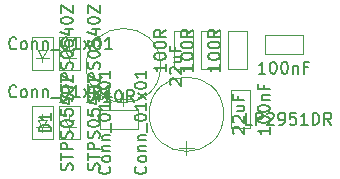
<source format=gbr>
G04 #@! TF.FileFunction,Other,Fab,Top*
%FSLAX46Y46*%
G04 Gerber Fmt 4.6, Leading zero omitted, Abs format (unit mm)*
G04 Created by KiCad (PCBNEW 4.0.7) date 04/04/18 11:57:42*
%MOMM*%
%LPD*%
G01*
G04 APERTURE LIST*
%ADD10C,0.100000*%
%ADD11C,0.150000*%
G04 APERTURE END LIST*
D10*
X201270000Y-114574000D02*
G75*
G03X201270000Y-114574000I-3150000J0D01*
G01*
X198120000Y-118024000D02*
X198120000Y-116824000D01*
X197470000Y-117424000D02*
X198770000Y-117424000D01*
X206604000Y-118688800D02*
G75*
G03X206604000Y-118688800I-3150000J0D01*
G01*
X203454000Y-122138800D02*
X203454000Y-120938800D01*
X202804000Y-121538800D02*
X204104000Y-121538800D01*
X199339000Y-118351400D02*
X199339000Y-119951400D01*
X196139000Y-118351400D02*
X199339000Y-118351400D01*
X196139000Y-119951400D02*
X196139000Y-118351400D01*
X199339000Y-119951400D02*
X196139000Y-119951400D01*
X202400000Y-111684000D02*
X204000000Y-111684000D01*
X202400000Y-114884000D02*
X202400000Y-111684000D01*
X204000000Y-114884000D02*
X202400000Y-114884000D01*
X204000000Y-111684000D02*
X204000000Y-114884000D01*
X204686000Y-111684000D02*
X206286000Y-111684000D01*
X204686000Y-114884000D02*
X204686000Y-111684000D01*
X206286000Y-114884000D02*
X204686000Y-114884000D01*
X206286000Y-111684000D02*
X206286000Y-114884000D01*
X206972000Y-111684000D02*
X208572000Y-111684000D01*
X206972000Y-114884000D02*
X206972000Y-111684000D01*
X208572000Y-114884000D02*
X206972000Y-114884000D01*
X208572000Y-111684000D02*
X208572000Y-114884000D01*
X193548000Y-119155400D02*
X193548000Y-118655400D01*
X193948000Y-119155400D02*
X193548000Y-119755400D01*
X193148000Y-119155400D02*
X193948000Y-119155400D01*
X193548000Y-119755400D02*
X193148000Y-119155400D01*
X193548000Y-119755400D02*
X194098000Y-119755400D01*
X193548000Y-119755400D02*
X192998000Y-119755400D01*
X193548000Y-120155400D02*
X193548000Y-119755400D01*
X194448000Y-120805400D02*
X192648000Y-120805400D01*
X194448000Y-118005400D02*
X194448000Y-120805400D01*
X192648000Y-118005400D02*
X194448000Y-118005400D01*
X192648000Y-120805400D02*
X192648000Y-118005400D01*
X191262000Y-119155400D02*
X191262000Y-118655400D01*
X191662000Y-119155400D02*
X191262000Y-119755400D01*
X190862000Y-119155400D02*
X191662000Y-119155400D01*
X191262000Y-119755400D02*
X190862000Y-119155400D01*
X191262000Y-119755400D02*
X191812000Y-119755400D01*
X191262000Y-119755400D02*
X190712000Y-119755400D01*
X191262000Y-120155400D02*
X191262000Y-119755400D01*
X192162000Y-120805400D02*
X190362000Y-120805400D01*
X192162000Y-118005400D02*
X192162000Y-120805400D01*
X190362000Y-118005400D02*
X192162000Y-118005400D01*
X190362000Y-120805400D02*
X190362000Y-118005400D01*
X193548000Y-113288000D02*
X193548000Y-112788000D01*
X193948000Y-113288000D02*
X193548000Y-113888000D01*
X193148000Y-113288000D02*
X193948000Y-113288000D01*
X193548000Y-113888000D02*
X193148000Y-113288000D01*
X193548000Y-113888000D02*
X194098000Y-113888000D01*
X193548000Y-113888000D02*
X192998000Y-113888000D01*
X193548000Y-114288000D02*
X193548000Y-113888000D01*
X194448000Y-114938000D02*
X192648000Y-114938000D01*
X194448000Y-112138000D02*
X194448000Y-114938000D01*
X192648000Y-112138000D02*
X194448000Y-112138000D01*
X192648000Y-114938000D02*
X192648000Y-112138000D01*
X191262000Y-113288000D02*
X191262000Y-112788000D01*
X191662000Y-113288000D02*
X191262000Y-113888000D01*
X190862000Y-113288000D02*
X191662000Y-113288000D01*
X191262000Y-113888000D02*
X190862000Y-113288000D01*
X191262000Y-113888000D02*
X191812000Y-113888000D01*
X191262000Y-113888000D02*
X190712000Y-113888000D01*
X191262000Y-114288000D02*
X191262000Y-113888000D01*
X192162000Y-114938000D02*
X190362000Y-114938000D01*
X192162000Y-112138000D02*
X192162000Y-114938000D01*
X190362000Y-112138000D02*
X192162000Y-112138000D01*
X190362000Y-114938000D02*
X190362000Y-112138000D01*
X210083600Y-113601400D02*
X210083600Y-112001400D01*
X213283600Y-113601400D02*
X210083600Y-113601400D01*
X213283600Y-112001400D02*
X213283600Y-113601400D01*
X210083600Y-112001400D02*
X213283600Y-112001400D01*
X208851400Y-119862400D02*
X207251400Y-119862400D01*
X208851400Y-116662400D02*
X208851400Y-119862400D01*
X207251400Y-116662400D02*
X208851400Y-116662400D01*
X207251400Y-119862400D02*
X207251400Y-116662400D01*
D11*
X202127619Y-116216857D02*
X202080000Y-116169238D01*
X202032381Y-116074000D01*
X202032381Y-115835904D01*
X202080000Y-115740666D01*
X202127619Y-115693047D01*
X202222857Y-115645428D01*
X202318095Y-115645428D01*
X202460952Y-115693047D01*
X203032381Y-116264476D01*
X203032381Y-115645428D01*
X202127619Y-115264476D02*
X202080000Y-115216857D01*
X202032381Y-115121619D01*
X202032381Y-114883523D01*
X202080000Y-114788285D01*
X202127619Y-114740666D01*
X202222857Y-114693047D01*
X202318095Y-114693047D01*
X202460952Y-114740666D01*
X203032381Y-115312095D01*
X203032381Y-114693047D01*
X202365714Y-113835904D02*
X203032381Y-113835904D01*
X202365714Y-114264476D02*
X202889524Y-114264476D01*
X202984762Y-114216857D01*
X203032381Y-114121619D01*
X203032381Y-113978761D01*
X202984762Y-113883523D01*
X202937143Y-113835904D01*
X202508571Y-113026380D02*
X202508571Y-113359714D01*
X203032381Y-113359714D02*
X202032381Y-113359714D01*
X202032381Y-112883523D01*
X207461619Y-120331657D02*
X207414000Y-120284038D01*
X207366381Y-120188800D01*
X207366381Y-119950704D01*
X207414000Y-119855466D01*
X207461619Y-119807847D01*
X207556857Y-119760228D01*
X207652095Y-119760228D01*
X207794952Y-119807847D01*
X208366381Y-120379276D01*
X208366381Y-119760228D01*
X207461619Y-119379276D02*
X207414000Y-119331657D01*
X207366381Y-119236419D01*
X207366381Y-118998323D01*
X207414000Y-118903085D01*
X207461619Y-118855466D01*
X207556857Y-118807847D01*
X207652095Y-118807847D01*
X207794952Y-118855466D01*
X208366381Y-119426895D01*
X208366381Y-118807847D01*
X207699714Y-117950704D02*
X208366381Y-117950704D01*
X207699714Y-118379276D02*
X208223524Y-118379276D01*
X208318762Y-118331657D01*
X208366381Y-118236419D01*
X208366381Y-118093561D01*
X208318762Y-117998323D01*
X208271143Y-117950704D01*
X207842571Y-117141180D02*
X207842571Y-117474514D01*
X208366381Y-117474514D02*
X207366381Y-117474514D01*
X207366381Y-116998323D01*
X208994762Y-119578381D02*
X208518571Y-119578381D01*
X208518571Y-118578381D01*
X209328095Y-119578381D02*
X209328095Y-118578381D01*
X209709048Y-118578381D01*
X209804286Y-118626000D01*
X209851905Y-118673619D01*
X209899524Y-118768857D01*
X209899524Y-118911714D01*
X209851905Y-119006952D01*
X209804286Y-119054571D01*
X209709048Y-119102190D01*
X209328095Y-119102190D01*
X210280476Y-118673619D02*
X210328095Y-118626000D01*
X210423333Y-118578381D01*
X210661429Y-118578381D01*
X210756667Y-118626000D01*
X210804286Y-118673619D01*
X210851905Y-118768857D01*
X210851905Y-118864095D01*
X210804286Y-119006952D01*
X210232857Y-119578381D01*
X210851905Y-119578381D01*
X211328095Y-119578381D02*
X211518571Y-119578381D01*
X211613810Y-119530762D01*
X211661429Y-119483143D01*
X211756667Y-119340286D01*
X211804286Y-119149810D01*
X211804286Y-118768857D01*
X211756667Y-118673619D01*
X211709048Y-118626000D01*
X211613810Y-118578381D01*
X211423333Y-118578381D01*
X211328095Y-118626000D01*
X211280476Y-118673619D01*
X211232857Y-118768857D01*
X211232857Y-119006952D01*
X211280476Y-119102190D01*
X211328095Y-119149810D01*
X211423333Y-119197429D01*
X211613810Y-119197429D01*
X211709048Y-119149810D01*
X211756667Y-119102190D01*
X211804286Y-119006952D01*
X212709048Y-118578381D02*
X212232857Y-118578381D01*
X212185238Y-119054571D01*
X212232857Y-119006952D01*
X212328095Y-118959333D01*
X212566191Y-118959333D01*
X212661429Y-119006952D01*
X212709048Y-119054571D01*
X212756667Y-119149810D01*
X212756667Y-119387905D01*
X212709048Y-119483143D01*
X212661429Y-119530762D01*
X212566191Y-119578381D01*
X212328095Y-119578381D01*
X212232857Y-119530762D01*
X212185238Y-119483143D01*
X213709048Y-119578381D02*
X213137619Y-119578381D01*
X213423333Y-119578381D02*
X213423333Y-118578381D01*
X213328095Y-118721238D01*
X213232857Y-118816476D01*
X213137619Y-118864095D01*
X214137619Y-119578381D02*
X214137619Y-118578381D01*
X214375714Y-118578381D01*
X214518572Y-118626000D01*
X214613810Y-118721238D01*
X214661429Y-118816476D01*
X214709048Y-119006952D01*
X214709048Y-119149810D01*
X214661429Y-119340286D01*
X214613810Y-119435524D01*
X214518572Y-119530762D01*
X214375714Y-119578381D01*
X214137619Y-119578381D01*
X215709048Y-119578381D02*
X215375714Y-119102190D01*
X215137619Y-119578381D02*
X215137619Y-118578381D01*
X215518572Y-118578381D01*
X215613810Y-118626000D01*
X215661429Y-118673619D01*
X215709048Y-118768857D01*
X215709048Y-118911714D01*
X215661429Y-119006952D01*
X215613810Y-119054571D01*
X215518572Y-119102190D01*
X215137619Y-119102190D01*
X197048524Y-117653781D02*
X196477095Y-117653781D01*
X196762809Y-117653781D02*
X196762809Y-116653781D01*
X196667571Y-116796638D01*
X196572333Y-116891876D01*
X196477095Y-116939495D01*
X197667571Y-116653781D02*
X197762810Y-116653781D01*
X197858048Y-116701400D01*
X197905667Y-116749019D01*
X197953286Y-116844257D01*
X198000905Y-117034733D01*
X198000905Y-117272829D01*
X197953286Y-117463305D01*
X197905667Y-117558543D01*
X197858048Y-117606162D01*
X197762810Y-117653781D01*
X197667571Y-117653781D01*
X197572333Y-117606162D01*
X197524714Y-117558543D01*
X197477095Y-117463305D01*
X197429476Y-117272829D01*
X197429476Y-117034733D01*
X197477095Y-116844257D01*
X197524714Y-116749019D01*
X197572333Y-116701400D01*
X197667571Y-116653781D01*
X199000905Y-117653781D02*
X198667571Y-117177590D01*
X198429476Y-117653781D02*
X198429476Y-116653781D01*
X198810429Y-116653781D01*
X198905667Y-116701400D01*
X198953286Y-116749019D01*
X199000905Y-116844257D01*
X199000905Y-116987114D01*
X198953286Y-117082352D01*
X198905667Y-117129971D01*
X198810429Y-117177590D01*
X198429476Y-117177590D01*
X201702381Y-114450666D02*
X201702381Y-115022095D01*
X201702381Y-114736381D02*
X200702381Y-114736381D01*
X200845238Y-114831619D01*
X200940476Y-114926857D01*
X200988095Y-115022095D01*
X200702381Y-113831619D02*
X200702381Y-113736380D01*
X200750000Y-113641142D01*
X200797619Y-113593523D01*
X200892857Y-113545904D01*
X201083333Y-113498285D01*
X201321429Y-113498285D01*
X201511905Y-113545904D01*
X201607143Y-113593523D01*
X201654762Y-113641142D01*
X201702381Y-113736380D01*
X201702381Y-113831619D01*
X201654762Y-113926857D01*
X201607143Y-113974476D01*
X201511905Y-114022095D01*
X201321429Y-114069714D01*
X201083333Y-114069714D01*
X200892857Y-114022095D01*
X200797619Y-113974476D01*
X200750000Y-113926857D01*
X200702381Y-113831619D01*
X200702381Y-112879238D02*
X200702381Y-112783999D01*
X200750000Y-112688761D01*
X200797619Y-112641142D01*
X200892857Y-112593523D01*
X201083333Y-112545904D01*
X201321429Y-112545904D01*
X201511905Y-112593523D01*
X201607143Y-112641142D01*
X201654762Y-112688761D01*
X201702381Y-112783999D01*
X201702381Y-112879238D01*
X201654762Y-112974476D01*
X201607143Y-113022095D01*
X201511905Y-113069714D01*
X201321429Y-113117333D01*
X201083333Y-113117333D01*
X200892857Y-113069714D01*
X200797619Y-113022095D01*
X200750000Y-112974476D01*
X200702381Y-112879238D01*
X201702381Y-111545904D02*
X201226190Y-111879238D01*
X201702381Y-112117333D02*
X200702381Y-112117333D01*
X200702381Y-111736380D01*
X200750000Y-111641142D01*
X200797619Y-111593523D01*
X200892857Y-111545904D01*
X201035714Y-111545904D01*
X201130952Y-111593523D01*
X201178571Y-111641142D01*
X201226190Y-111736380D01*
X201226190Y-112117333D01*
X203988381Y-114450666D02*
X203988381Y-115022095D01*
X203988381Y-114736381D02*
X202988381Y-114736381D01*
X203131238Y-114831619D01*
X203226476Y-114926857D01*
X203274095Y-115022095D01*
X202988381Y-113831619D02*
X202988381Y-113736380D01*
X203036000Y-113641142D01*
X203083619Y-113593523D01*
X203178857Y-113545904D01*
X203369333Y-113498285D01*
X203607429Y-113498285D01*
X203797905Y-113545904D01*
X203893143Y-113593523D01*
X203940762Y-113641142D01*
X203988381Y-113736380D01*
X203988381Y-113831619D01*
X203940762Y-113926857D01*
X203893143Y-113974476D01*
X203797905Y-114022095D01*
X203607429Y-114069714D01*
X203369333Y-114069714D01*
X203178857Y-114022095D01*
X203083619Y-113974476D01*
X203036000Y-113926857D01*
X202988381Y-113831619D01*
X202988381Y-112879238D02*
X202988381Y-112783999D01*
X203036000Y-112688761D01*
X203083619Y-112641142D01*
X203178857Y-112593523D01*
X203369333Y-112545904D01*
X203607429Y-112545904D01*
X203797905Y-112593523D01*
X203893143Y-112641142D01*
X203940762Y-112688761D01*
X203988381Y-112783999D01*
X203988381Y-112879238D01*
X203940762Y-112974476D01*
X203893143Y-113022095D01*
X203797905Y-113069714D01*
X203607429Y-113117333D01*
X203369333Y-113117333D01*
X203178857Y-113069714D01*
X203083619Y-113022095D01*
X203036000Y-112974476D01*
X202988381Y-112879238D01*
X203988381Y-111545904D02*
X203512190Y-111879238D01*
X203988381Y-112117333D02*
X202988381Y-112117333D01*
X202988381Y-111736380D01*
X203036000Y-111641142D01*
X203083619Y-111593523D01*
X203178857Y-111545904D01*
X203321714Y-111545904D01*
X203416952Y-111593523D01*
X203464571Y-111641142D01*
X203512190Y-111736380D01*
X203512190Y-112117333D01*
X206274381Y-114450666D02*
X206274381Y-115022095D01*
X206274381Y-114736381D02*
X205274381Y-114736381D01*
X205417238Y-114831619D01*
X205512476Y-114926857D01*
X205560095Y-115022095D01*
X205274381Y-113831619D02*
X205274381Y-113736380D01*
X205322000Y-113641142D01*
X205369619Y-113593523D01*
X205464857Y-113545904D01*
X205655333Y-113498285D01*
X205893429Y-113498285D01*
X206083905Y-113545904D01*
X206179143Y-113593523D01*
X206226762Y-113641142D01*
X206274381Y-113736380D01*
X206274381Y-113831619D01*
X206226762Y-113926857D01*
X206179143Y-113974476D01*
X206083905Y-114022095D01*
X205893429Y-114069714D01*
X205655333Y-114069714D01*
X205464857Y-114022095D01*
X205369619Y-113974476D01*
X205322000Y-113926857D01*
X205274381Y-113831619D01*
X205274381Y-112879238D02*
X205274381Y-112783999D01*
X205322000Y-112688761D01*
X205369619Y-112641142D01*
X205464857Y-112593523D01*
X205655333Y-112545904D01*
X205893429Y-112545904D01*
X206083905Y-112593523D01*
X206179143Y-112641142D01*
X206226762Y-112688761D01*
X206274381Y-112783999D01*
X206274381Y-112879238D01*
X206226762Y-112974476D01*
X206179143Y-113022095D01*
X206083905Y-113069714D01*
X205893429Y-113117333D01*
X205655333Y-113117333D01*
X205464857Y-113069714D01*
X205369619Y-113022095D01*
X205322000Y-112974476D01*
X205274381Y-112879238D01*
X206274381Y-111545904D02*
X205798190Y-111879238D01*
X206274381Y-112117333D02*
X205274381Y-112117333D01*
X205274381Y-111736380D01*
X205322000Y-111641142D01*
X205369619Y-111593523D01*
X205464857Y-111545904D01*
X205607714Y-111545904D01*
X205702952Y-111593523D01*
X205750571Y-111641142D01*
X205798190Y-111736380D01*
X205798190Y-112117333D01*
X192000381Y-120143495D02*
X191000381Y-120143495D01*
X191000381Y-119905400D01*
X191048000Y-119762542D01*
X191143238Y-119667304D01*
X191238476Y-119619685D01*
X191428952Y-119572066D01*
X191571810Y-119572066D01*
X191762286Y-119619685D01*
X191857524Y-119667304D01*
X191952762Y-119762542D01*
X192000381Y-119905400D01*
X192000381Y-120143495D01*
X192000381Y-118619685D02*
X192000381Y-119191114D01*
X192000381Y-118905400D02*
X191000381Y-118905400D01*
X191143238Y-119000638D01*
X191238476Y-119095876D01*
X191286095Y-119191114D01*
X196052762Y-123429210D02*
X196100381Y-123286353D01*
X196100381Y-123048257D01*
X196052762Y-122953019D01*
X196005143Y-122905400D01*
X195909905Y-122857781D01*
X195814667Y-122857781D01*
X195719429Y-122905400D01*
X195671810Y-122953019D01*
X195624190Y-123048257D01*
X195576571Y-123238734D01*
X195528952Y-123333972D01*
X195481333Y-123381591D01*
X195386095Y-123429210D01*
X195290857Y-123429210D01*
X195195619Y-123381591D01*
X195148000Y-123333972D01*
X195100381Y-123238734D01*
X195100381Y-123000638D01*
X195148000Y-122857781D01*
X195100381Y-122572067D02*
X195100381Y-122000638D01*
X196100381Y-122286353D02*
X195100381Y-122286353D01*
X196100381Y-121667305D02*
X195100381Y-121667305D01*
X195100381Y-121286352D01*
X195148000Y-121191114D01*
X195195619Y-121143495D01*
X195290857Y-121095876D01*
X195433714Y-121095876D01*
X195528952Y-121143495D01*
X195576571Y-121191114D01*
X195624190Y-121286352D01*
X195624190Y-121667305D01*
X196052762Y-120714924D02*
X196100381Y-120572067D01*
X196100381Y-120333971D01*
X196052762Y-120238733D01*
X196005143Y-120191114D01*
X195909905Y-120143495D01*
X195814667Y-120143495D01*
X195719429Y-120191114D01*
X195671810Y-120238733D01*
X195624190Y-120333971D01*
X195576571Y-120524448D01*
X195528952Y-120619686D01*
X195481333Y-120667305D01*
X195386095Y-120714924D01*
X195290857Y-120714924D01*
X195195619Y-120667305D01*
X195148000Y-120619686D01*
X195100381Y-120524448D01*
X195100381Y-120286352D01*
X195148000Y-120143495D01*
X195100381Y-119524448D02*
X195100381Y-119429209D01*
X195148000Y-119333971D01*
X195195619Y-119286352D01*
X195290857Y-119238733D01*
X195481333Y-119191114D01*
X195719429Y-119191114D01*
X195909905Y-119238733D01*
X196005143Y-119286352D01*
X196052762Y-119333971D01*
X196100381Y-119429209D01*
X196100381Y-119524448D01*
X196052762Y-119619686D01*
X196005143Y-119667305D01*
X195909905Y-119714924D01*
X195719429Y-119762543D01*
X195481333Y-119762543D01*
X195290857Y-119714924D01*
X195195619Y-119667305D01*
X195148000Y-119619686D01*
X195100381Y-119524448D01*
X195100381Y-118286352D02*
X195100381Y-118762543D01*
X195576571Y-118810162D01*
X195528952Y-118762543D01*
X195481333Y-118667305D01*
X195481333Y-118429209D01*
X195528952Y-118333971D01*
X195576571Y-118286352D01*
X195671810Y-118238733D01*
X195909905Y-118238733D01*
X196005143Y-118286352D01*
X196052762Y-118333971D01*
X196100381Y-118429209D01*
X196100381Y-118667305D01*
X196052762Y-118762543D01*
X196005143Y-118810162D01*
X195433714Y-117381590D02*
X196100381Y-117381590D01*
X195052762Y-117619686D02*
X195767048Y-117857781D01*
X195767048Y-117238733D01*
X195100381Y-116667305D02*
X195100381Y-116572066D01*
X195148000Y-116476828D01*
X195195619Y-116429209D01*
X195290857Y-116381590D01*
X195481333Y-116333971D01*
X195719429Y-116333971D01*
X195909905Y-116381590D01*
X196005143Y-116429209D01*
X196052762Y-116476828D01*
X196100381Y-116572066D01*
X196100381Y-116667305D01*
X196052762Y-116762543D01*
X196005143Y-116810162D01*
X195909905Y-116857781D01*
X195719429Y-116905400D01*
X195481333Y-116905400D01*
X195290857Y-116857781D01*
X195195619Y-116810162D01*
X195148000Y-116762543D01*
X195100381Y-116667305D01*
X195100381Y-116000638D02*
X195100381Y-115333971D01*
X196100381Y-116000638D01*
X196100381Y-115333971D01*
X193766762Y-123429210D02*
X193814381Y-123286353D01*
X193814381Y-123048257D01*
X193766762Y-122953019D01*
X193719143Y-122905400D01*
X193623905Y-122857781D01*
X193528667Y-122857781D01*
X193433429Y-122905400D01*
X193385810Y-122953019D01*
X193338190Y-123048257D01*
X193290571Y-123238734D01*
X193242952Y-123333972D01*
X193195333Y-123381591D01*
X193100095Y-123429210D01*
X193004857Y-123429210D01*
X192909619Y-123381591D01*
X192862000Y-123333972D01*
X192814381Y-123238734D01*
X192814381Y-123000638D01*
X192862000Y-122857781D01*
X192814381Y-122572067D02*
X192814381Y-122000638D01*
X193814381Y-122286353D02*
X192814381Y-122286353D01*
X193814381Y-121667305D02*
X192814381Y-121667305D01*
X192814381Y-121286352D01*
X192862000Y-121191114D01*
X192909619Y-121143495D01*
X193004857Y-121095876D01*
X193147714Y-121095876D01*
X193242952Y-121143495D01*
X193290571Y-121191114D01*
X193338190Y-121286352D01*
X193338190Y-121667305D01*
X193766762Y-120714924D02*
X193814381Y-120572067D01*
X193814381Y-120333971D01*
X193766762Y-120238733D01*
X193719143Y-120191114D01*
X193623905Y-120143495D01*
X193528667Y-120143495D01*
X193433429Y-120191114D01*
X193385810Y-120238733D01*
X193338190Y-120333971D01*
X193290571Y-120524448D01*
X193242952Y-120619686D01*
X193195333Y-120667305D01*
X193100095Y-120714924D01*
X193004857Y-120714924D01*
X192909619Y-120667305D01*
X192862000Y-120619686D01*
X192814381Y-120524448D01*
X192814381Y-120286352D01*
X192862000Y-120143495D01*
X192814381Y-119524448D02*
X192814381Y-119429209D01*
X192862000Y-119333971D01*
X192909619Y-119286352D01*
X193004857Y-119238733D01*
X193195333Y-119191114D01*
X193433429Y-119191114D01*
X193623905Y-119238733D01*
X193719143Y-119286352D01*
X193766762Y-119333971D01*
X193814381Y-119429209D01*
X193814381Y-119524448D01*
X193766762Y-119619686D01*
X193719143Y-119667305D01*
X193623905Y-119714924D01*
X193433429Y-119762543D01*
X193195333Y-119762543D01*
X193004857Y-119714924D01*
X192909619Y-119667305D01*
X192862000Y-119619686D01*
X192814381Y-119524448D01*
X192814381Y-118286352D02*
X192814381Y-118762543D01*
X193290571Y-118810162D01*
X193242952Y-118762543D01*
X193195333Y-118667305D01*
X193195333Y-118429209D01*
X193242952Y-118333971D01*
X193290571Y-118286352D01*
X193385810Y-118238733D01*
X193623905Y-118238733D01*
X193719143Y-118286352D01*
X193766762Y-118333971D01*
X193814381Y-118429209D01*
X193814381Y-118667305D01*
X193766762Y-118762543D01*
X193719143Y-118810162D01*
X193147714Y-117381590D02*
X193814381Y-117381590D01*
X192766762Y-117619686D02*
X193481048Y-117857781D01*
X193481048Y-117238733D01*
X192814381Y-116667305D02*
X192814381Y-116572066D01*
X192862000Y-116476828D01*
X192909619Y-116429209D01*
X193004857Y-116381590D01*
X193195333Y-116333971D01*
X193433429Y-116333971D01*
X193623905Y-116381590D01*
X193719143Y-116429209D01*
X193766762Y-116476828D01*
X193814381Y-116572066D01*
X193814381Y-116667305D01*
X193766762Y-116762543D01*
X193719143Y-116810162D01*
X193623905Y-116857781D01*
X193433429Y-116905400D01*
X193195333Y-116905400D01*
X193004857Y-116857781D01*
X192909619Y-116810162D01*
X192862000Y-116762543D01*
X192814381Y-116667305D01*
X192814381Y-116000638D02*
X192814381Y-115333971D01*
X193814381Y-116000638D01*
X193814381Y-115333971D01*
X196052762Y-117561810D02*
X196100381Y-117418953D01*
X196100381Y-117180857D01*
X196052762Y-117085619D01*
X196005143Y-117038000D01*
X195909905Y-116990381D01*
X195814667Y-116990381D01*
X195719429Y-117038000D01*
X195671810Y-117085619D01*
X195624190Y-117180857D01*
X195576571Y-117371334D01*
X195528952Y-117466572D01*
X195481333Y-117514191D01*
X195386095Y-117561810D01*
X195290857Y-117561810D01*
X195195619Y-117514191D01*
X195148000Y-117466572D01*
X195100381Y-117371334D01*
X195100381Y-117133238D01*
X195148000Y-116990381D01*
X195100381Y-116704667D02*
X195100381Y-116133238D01*
X196100381Y-116418953D02*
X195100381Y-116418953D01*
X196100381Y-115799905D02*
X195100381Y-115799905D01*
X195100381Y-115418952D01*
X195148000Y-115323714D01*
X195195619Y-115276095D01*
X195290857Y-115228476D01*
X195433714Y-115228476D01*
X195528952Y-115276095D01*
X195576571Y-115323714D01*
X195624190Y-115418952D01*
X195624190Y-115799905D01*
X196052762Y-114847524D02*
X196100381Y-114704667D01*
X196100381Y-114466571D01*
X196052762Y-114371333D01*
X196005143Y-114323714D01*
X195909905Y-114276095D01*
X195814667Y-114276095D01*
X195719429Y-114323714D01*
X195671810Y-114371333D01*
X195624190Y-114466571D01*
X195576571Y-114657048D01*
X195528952Y-114752286D01*
X195481333Y-114799905D01*
X195386095Y-114847524D01*
X195290857Y-114847524D01*
X195195619Y-114799905D01*
X195148000Y-114752286D01*
X195100381Y-114657048D01*
X195100381Y-114418952D01*
X195148000Y-114276095D01*
X195100381Y-113657048D02*
X195100381Y-113561809D01*
X195148000Y-113466571D01*
X195195619Y-113418952D01*
X195290857Y-113371333D01*
X195481333Y-113323714D01*
X195719429Y-113323714D01*
X195909905Y-113371333D01*
X196005143Y-113418952D01*
X196052762Y-113466571D01*
X196100381Y-113561809D01*
X196100381Y-113657048D01*
X196052762Y-113752286D01*
X196005143Y-113799905D01*
X195909905Y-113847524D01*
X195719429Y-113895143D01*
X195481333Y-113895143D01*
X195290857Y-113847524D01*
X195195619Y-113799905D01*
X195148000Y-113752286D01*
X195100381Y-113657048D01*
X195100381Y-112418952D02*
X195100381Y-112895143D01*
X195576571Y-112942762D01*
X195528952Y-112895143D01*
X195481333Y-112799905D01*
X195481333Y-112561809D01*
X195528952Y-112466571D01*
X195576571Y-112418952D01*
X195671810Y-112371333D01*
X195909905Y-112371333D01*
X196005143Y-112418952D01*
X196052762Y-112466571D01*
X196100381Y-112561809D01*
X196100381Y-112799905D01*
X196052762Y-112895143D01*
X196005143Y-112942762D01*
X195433714Y-111514190D02*
X196100381Y-111514190D01*
X195052762Y-111752286D02*
X195767048Y-111990381D01*
X195767048Y-111371333D01*
X195100381Y-110799905D02*
X195100381Y-110704666D01*
X195148000Y-110609428D01*
X195195619Y-110561809D01*
X195290857Y-110514190D01*
X195481333Y-110466571D01*
X195719429Y-110466571D01*
X195909905Y-110514190D01*
X196005143Y-110561809D01*
X196052762Y-110609428D01*
X196100381Y-110704666D01*
X196100381Y-110799905D01*
X196052762Y-110895143D01*
X196005143Y-110942762D01*
X195909905Y-110990381D01*
X195719429Y-111038000D01*
X195481333Y-111038000D01*
X195290857Y-110990381D01*
X195195619Y-110942762D01*
X195148000Y-110895143D01*
X195100381Y-110799905D01*
X195100381Y-110133238D02*
X195100381Y-109466571D01*
X196100381Y-110133238D01*
X196100381Y-109466571D01*
X193766762Y-117561810D02*
X193814381Y-117418953D01*
X193814381Y-117180857D01*
X193766762Y-117085619D01*
X193719143Y-117038000D01*
X193623905Y-116990381D01*
X193528667Y-116990381D01*
X193433429Y-117038000D01*
X193385810Y-117085619D01*
X193338190Y-117180857D01*
X193290571Y-117371334D01*
X193242952Y-117466572D01*
X193195333Y-117514191D01*
X193100095Y-117561810D01*
X193004857Y-117561810D01*
X192909619Y-117514191D01*
X192862000Y-117466572D01*
X192814381Y-117371334D01*
X192814381Y-117133238D01*
X192862000Y-116990381D01*
X192814381Y-116704667D02*
X192814381Y-116133238D01*
X193814381Y-116418953D02*
X192814381Y-116418953D01*
X193814381Y-115799905D02*
X192814381Y-115799905D01*
X192814381Y-115418952D01*
X192862000Y-115323714D01*
X192909619Y-115276095D01*
X193004857Y-115228476D01*
X193147714Y-115228476D01*
X193242952Y-115276095D01*
X193290571Y-115323714D01*
X193338190Y-115418952D01*
X193338190Y-115799905D01*
X193766762Y-114847524D02*
X193814381Y-114704667D01*
X193814381Y-114466571D01*
X193766762Y-114371333D01*
X193719143Y-114323714D01*
X193623905Y-114276095D01*
X193528667Y-114276095D01*
X193433429Y-114323714D01*
X193385810Y-114371333D01*
X193338190Y-114466571D01*
X193290571Y-114657048D01*
X193242952Y-114752286D01*
X193195333Y-114799905D01*
X193100095Y-114847524D01*
X193004857Y-114847524D01*
X192909619Y-114799905D01*
X192862000Y-114752286D01*
X192814381Y-114657048D01*
X192814381Y-114418952D01*
X192862000Y-114276095D01*
X192814381Y-113657048D02*
X192814381Y-113561809D01*
X192862000Y-113466571D01*
X192909619Y-113418952D01*
X193004857Y-113371333D01*
X193195333Y-113323714D01*
X193433429Y-113323714D01*
X193623905Y-113371333D01*
X193719143Y-113418952D01*
X193766762Y-113466571D01*
X193814381Y-113561809D01*
X193814381Y-113657048D01*
X193766762Y-113752286D01*
X193719143Y-113799905D01*
X193623905Y-113847524D01*
X193433429Y-113895143D01*
X193195333Y-113895143D01*
X193004857Y-113847524D01*
X192909619Y-113799905D01*
X192862000Y-113752286D01*
X192814381Y-113657048D01*
X192814381Y-112418952D02*
X192814381Y-112895143D01*
X193290571Y-112942762D01*
X193242952Y-112895143D01*
X193195333Y-112799905D01*
X193195333Y-112561809D01*
X193242952Y-112466571D01*
X193290571Y-112418952D01*
X193385810Y-112371333D01*
X193623905Y-112371333D01*
X193719143Y-112418952D01*
X193766762Y-112466571D01*
X193814381Y-112561809D01*
X193814381Y-112799905D01*
X193766762Y-112895143D01*
X193719143Y-112942762D01*
X193147714Y-111514190D02*
X193814381Y-111514190D01*
X192766762Y-111752286D02*
X193481048Y-111990381D01*
X193481048Y-111371333D01*
X192814381Y-110799905D02*
X192814381Y-110704666D01*
X192862000Y-110609428D01*
X192909619Y-110561809D01*
X193004857Y-110514190D01*
X193195333Y-110466571D01*
X193433429Y-110466571D01*
X193623905Y-110514190D01*
X193719143Y-110561809D01*
X193766762Y-110609428D01*
X193814381Y-110704666D01*
X193814381Y-110799905D01*
X193766762Y-110895143D01*
X193719143Y-110942762D01*
X193623905Y-110990381D01*
X193433429Y-111038000D01*
X193195333Y-111038000D01*
X193004857Y-110990381D01*
X192909619Y-110942762D01*
X192862000Y-110895143D01*
X192814381Y-110799905D01*
X192814381Y-110133238D02*
X192814381Y-109466571D01*
X193814381Y-110133238D01*
X193814381Y-109466571D01*
X210135981Y-115253781D02*
X209564552Y-115253781D01*
X209850266Y-115253781D02*
X209850266Y-114253781D01*
X209755028Y-114396638D01*
X209659790Y-114491876D01*
X209564552Y-114539495D01*
X210755028Y-114253781D02*
X210850267Y-114253781D01*
X210945505Y-114301400D01*
X210993124Y-114349019D01*
X211040743Y-114444257D01*
X211088362Y-114634733D01*
X211088362Y-114872829D01*
X211040743Y-115063305D01*
X210993124Y-115158543D01*
X210945505Y-115206162D01*
X210850267Y-115253781D01*
X210755028Y-115253781D01*
X210659790Y-115206162D01*
X210612171Y-115158543D01*
X210564552Y-115063305D01*
X210516933Y-114872829D01*
X210516933Y-114634733D01*
X210564552Y-114444257D01*
X210612171Y-114349019D01*
X210659790Y-114301400D01*
X210755028Y-114253781D01*
X211707409Y-114253781D02*
X211802648Y-114253781D01*
X211897886Y-114301400D01*
X211945505Y-114349019D01*
X211993124Y-114444257D01*
X212040743Y-114634733D01*
X212040743Y-114872829D01*
X211993124Y-115063305D01*
X211945505Y-115158543D01*
X211897886Y-115206162D01*
X211802648Y-115253781D01*
X211707409Y-115253781D01*
X211612171Y-115206162D01*
X211564552Y-115158543D01*
X211516933Y-115063305D01*
X211469314Y-114872829D01*
X211469314Y-114634733D01*
X211516933Y-114444257D01*
X211564552Y-114349019D01*
X211612171Y-114301400D01*
X211707409Y-114253781D01*
X212469314Y-114587114D02*
X212469314Y-115253781D01*
X212469314Y-114682352D02*
X212516933Y-114634733D01*
X212612171Y-114587114D01*
X212755029Y-114587114D01*
X212850267Y-114634733D01*
X212897886Y-114729971D01*
X212897886Y-115253781D01*
X213707410Y-114729971D02*
X213374076Y-114729971D01*
X213374076Y-115253781D02*
X213374076Y-114253781D01*
X213850267Y-114253781D01*
X210503781Y-119810019D02*
X210503781Y-120381448D01*
X210503781Y-120095734D02*
X209503781Y-120095734D01*
X209646638Y-120190972D01*
X209741876Y-120286210D01*
X209789495Y-120381448D01*
X209503781Y-119190972D02*
X209503781Y-119095733D01*
X209551400Y-119000495D01*
X209599019Y-118952876D01*
X209694257Y-118905257D01*
X209884733Y-118857638D01*
X210122829Y-118857638D01*
X210313305Y-118905257D01*
X210408543Y-118952876D01*
X210456162Y-119000495D01*
X210503781Y-119095733D01*
X210503781Y-119190972D01*
X210456162Y-119286210D01*
X210408543Y-119333829D01*
X210313305Y-119381448D01*
X210122829Y-119429067D01*
X209884733Y-119429067D01*
X209694257Y-119381448D01*
X209599019Y-119333829D01*
X209551400Y-119286210D01*
X209503781Y-119190972D01*
X209503781Y-118238591D02*
X209503781Y-118143352D01*
X209551400Y-118048114D01*
X209599019Y-118000495D01*
X209694257Y-117952876D01*
X209884733Y-117905257D01*
X210122829Y-117905257D01*
X210313305Y-117952876D01*
X210408543Y-118000495D01*
X210456162Y-118048114D01*
X210503781Y-118143352D01*
X210503781Y-118238591D01*
X210456162Y-118333829D01*
X210408543Y-118381448D01*
X210313305Y-118429067D01*
X210122829Y-118476686D01*
X209884733Y-118476686D01*
X209694257Y-118429067D01*
X209599019Y-118381448D01*
X209551400Y-118333829D01*
X209503781Y-118238591D01*
X209837114Y-117476686D02*
X210503781Y-117476686D01*
X209932352Y-117476686D02*
X209884733Y-117429067D01*
X209837114Y-117333829D01*
X209837114Y-117190971D01*
X209884733Y-117095733D01*
X209979971Y-117048114D01*
X210503781Y-117048114D01*
X209979971Y-116238590D02*
X209979971Y-116571924D01*
X210503781Y-116571924D02*
X209503781Y-116571924D01*
X209503781Y-116095733D01*
X189047905Y-113097143D02*
X189000286Y-113144762D01*
X188857429Y-113192381D01*
X188762191Y-113192381D01*
X188619333Y-113144762D01*
X188524095Y-113049524D01*
X188476476Y-112954286D01*
X188428857Y-112763810D01*
X188428857Y-112620952D01*
X188476476Y-112430476D01*
X188524095Y-112335238D01*
X188619333Y-112240000D01*
X188762191Y-112192381D01*
X188857429Y-112192381D01*
X189000286Y-112240000D01*
X189047905Y-112287619D01*
X189619333Y-113192381D02*
X189524095Y-113144762D01*
X189476476Y-113097143D01*
X189428857Y-113001905D01*
X189428857Y-112716190D01*
X189476476Y-112620952D01*
X189524095Y-112573333D01*
X189619333Y-112525714D01*
X189762191Y-112525714D01*
X189857429Y-112573333D01*
X189905048Y-112620952D01*
X189952667Y-112716190D01*
X189952667Y-113001905D01*
X189905048Y-113097143D01*
X189857429Y-113144762D01*
X189762191Y-113192381D01*
X189619333Y-113192381D01*
X190381238Y-112525714D02*
X190381238Y-113192381D01*
X190381238Y-112620952D02*
X190428857Y-112573333D01*
X190524095Y-112525714D01*
X190666953Y-112525714D01*
X190762191Y-112573333D01*
X190809810Y-112668571D01*
X190809810Y-113192381D01*
X191286000Y-112525714D02*
X191286000Y-113192381D01*
X191286000Y-112620952D02*
X191333619Y-112573333D01*
X191428857Y-112525714D01*
X191571715Y-112525714D01*
X191666953Y-112573333D01*
X191714572Y-112668571D01*
X191714572Y-113192381D01*
X191952667Y-113287619D02*
X192714572Y-113287619D01*
X193143143Y-112192381D02*
X193238382Y-112192381D01*
X193333620Y-112240000D01*
X193381239Y-112287619D01*
X193428858Y-112382857D01*
X193476477Y-112573333D01*
X193476477Y-112811429D01*
X193428858Y-113001905D01*
X193381239Y-113097143D01*
X193333620Y-113144762D01*
X193238382Y-113192381D01*
X193143143Y-113192381D01*
X193047905Y-113144762D01*
X193000286Y-113097143D01*
X192952667Y-113001905D01*
X192905048Y-112811429D01*
X192905048Y-112573333D01*
X192952667Y-112382857D01*
X193000286Y-112287619D01*
X193047905Y-112240000D01*
X193143143Y-112192381D01*
X194428858Y-113192381D02*
X193857429Y-113192381D01*
X194143143Y-113192381D02*
X194143143Y-112192381D01*
X194047905Y-112335238D01*
X193952667Y-112430476D01*
X193857429Y-112478095D01*
X194762191Y-113192381D02*
X195286001Y-112525714D01*
X194762191Y-112525714D02*
X195286001Y-113192381D01*
X195857429Y-112192381D02*
X195952668Y-112192381D01*
X196047906Y-112240000D01*
X196095525Y-112287619D01*
X196143144Y-112382857D01*
X196190763Y-112573333D01*
X196190763Y-112811429D01*
X196143144Y-113001905D01*
X196095525Y-113097143D01*
X196047906Y-113144762D01*
X195952668Y-113192381D01*
X195857429Y-113192381D01*
X195762191Y-113144762D01*
X195714572Y-113097143D01*
X195666953Y-113001905D01*
X195619334Y-112811429D01*
X195619334Y-112573333D01*
X195666953Y-112382857D01*
X195714572Y-112287619D01*
X195762191Y-112240000D01*
X195857429Y-112192381D01*
X197143144Y-113192381D02*
X196571715Y-113192381D01*
X196857429Y-113192381D02*
X196857429Y-112192381D01*
X196762191Y-112335238D01*
X196666953Y-112430476D01*
X196571715Y-112478095D01*
X189047905Y-117161143D02*
X189000286Y-117208762D01*
X188857429Y-117256381D01*
X188762191Y-117256381D01*
X188619333Y-117208762D01*
X188524095Y-117113524D01*
X188476476Y-117018286D01*
X188428857Y-116827810D01*
X188428857Y-116684952D01*
X188476476Y-116494476D01*
X188524095Y-116399238D01*
X188619333Y-116304000D01*
X188762191Y-116256381D01*
X188857429Y-116256381D01*
X189000286Y-116304000D01*
X189047905Y-116351619D01*
X189619333Y-117256381D02*
X189524095Y-117208762D01*
X189476476Y-117161143D01*
X189428857Y-117065905D01*
X189428857Y-116780190D01*
X189476476Y-116684952D01*
X189524095Y-116637333D01*
X189619333Y-116589714D01*
X189762191Y-116589714D01*
X189857429Y-116637333D01*
X189905048Y-116684952D01*
X189952667Y-116780190D01*
X189952667Y-117065905D01*
X189905048Y-117161143D01*
X189857429Y-117208762D01*
X189762191Y-117256381D01*
X189619333Y-117256381D01*
X190381238Y-116589714D02*
X190381238Y-117256381D01*
X190381238Y-116684952D02*
X190428857Y-116637333D01*
X190524095Y-116589714D01*
X190666953Y-116589714D01*
X190762191Y-116637333D01*
X190809810Y-116732571D01*
X190809810Y-117256381D01*
X191286000Y-116589714D02*
X191286000Y-117256381D01*
X191286000Y-116684952D02*
X191333619Y-116637333D01*
X191428857Y-116589714D01*
X191571715Y-116589714D01*
X191666953Y-116637333D01*
X191714572Y-116732571D01*
X191714572Y-117256381D01*
X191952667Y-117351619D02*
X192714572Y-117351619D01*
X193143143Y-116256381D02*
X193238382Y-116256381D01*
X193333620Y-116304000D01*
X193381239Y-116351619D01*
X193428858Y-116446857D01*
X193476477Y-116637333D01*
X193476477Y-116875429D01*
X193428858Y-117065905D01*
X193381239Y-117161143D01*
X193333620Y-117208762D01*
X193238382Y-117256381D01*
X193143143Y-117256381D01*
X193047905Y-117208762D01*
X193000286Y-117161143D01*
X192952667Y-117065905D01*
X192905048Y-116875429D01*
X192905048Y-116637333D01*
X192952667Y-116446857D01*
X193000286Y-116351619D01*
X193047905Y-116304000D01*
X193143143Y-116256381D01*
X194428858Y-117256381D02*
X193857429Y-117256381D01*
X194143143Y-117256381D02*
X194143143Y-116256381D01*
X194047905Y-116399238D01*
X193952667Y-116494476D01*
X193857429Y-116542095D01*
X194762191Y-117256381D02*
X195286001Y-116589714D01*
X194762191Y-116589714D02*
X195286001Y-117256381D01*
X195857429Y-116256381D02*
X195952668Y-116256381D01*
X196047906Y-116304000D01*
X196095525Y-116351619D01*
X196143144Y-116446857D01*
X196190763Y-116637333D01*
X196190763Y-116875429D01*
X196143144Y-117065905D01*
X196095525Y-117161143D01*
X196047906Y-117208762D01*
X195952668Y-117256381D01*
X195857429Y-117256381D01*
X195762191Y-117208762D01*
X195714572Y-117161143D01*
X195666953Y-117065905D01*
X195619334Y-116875429D01*
X195619334Y-116637333D01*
X195666953Y-116446857D01*
X195714572Y-116351619D01*
X195762191Y-116304000D01*
X195857429Y-116256381D01*
X197143144Y-117256381D02*
X196571715Y-117256381D01*
X196857429Y-117256381D02*
X196857429Y-116256381D01*
X196762191Y-116399238D01*
X196666953Y-116494476D01*
X196571715Y-116542095D01*
X196917143Y-123118095D02*
X196964762Y-123165714D01*
X197012381Y-123308571D01*
X197012381Y-123403809D01*
X196964762Y-123546667D01*
X196869524Y-123641905D01*
X196774286Y-123689524D01*
X196583810Y-123737143D01*
X196440952Y-123737143D01*
X196250476Y-123689524D01*
X196155238Y-123641905D01*
X196060000Y-123546667D01*
X196012381Y-123403809D01*
X196012381Y-123308571D01*
X196060000Y-123165714D01*
X196107619Y-123118095D01*
X197012381Y-122546667D02*
X196964762Y-122641905D01*
X196917143Y-122689524D01*
X196821905Y-122737143D01*
X196536190Y-122737143D01*
X196440952Y-122689524D01*
X196393333Y-122641905D01*
X196345714Y-122546667D01*
X196345714Y-122403809D01*
X196393333Y-122308571D01*
X196440952Y-122260952D01*
X196536190Y-122213333D01*
X196821905Y-122213333D01*
X196917143Y-122260952D01*
X196964762Y-122308571D01*
X197012381Y-122403809D01*
X197012381Y-122546667D01*
X196345714Y-121784762D02*
X197012381Y-121784762D01*
X196440952Y-121784762D02*
X196393333Y-121737143D01*
X196345714Y-121641905D01*
X196345714Y-121499047D01*
X196393333Y-121403809D01*
X196488571Y-121356190D01*
X197012381Y-121356190D01*
X196345714Y-120880000D02*
X197012381Y-120880000D01*
X196440952Y-120880000D02*
X196393333Y-120832381D01*
X196345714Y-120737143D01*
X196345714Y-120594285D01*
X196393333Y-120499047D01*
X196488571Y-120451428D01*
X197012381Y-120451428D01*
X197107619Y-120213333D02*
X197107619Y-119451428D01*
X196012381Y-119022857D02*
X196012381Y-118927618D01*
X196060000Y-118832380D01*
X196107619Y-118784761D01*
X196202857Y-118737142D01*
X196393333Y-118689523D01*
X196631429Y-118689523D01*
X196821905Y-118737142D01*
X196917143Y-118784761D01*
X196964762Y-118832380D01*
X197012381Y-118927618D01*
X197012381Y-119022857D01*
X196964762Y-119118095D01*
X196917143Y-119165714D01*
X196821905Y-119213333D01*
X196631429Y-119260952D01*
X196393333Y-119260952D01*
X196202857Y-119213333D01*
X196107619Y-119165714D01*
X196060000Y-119118095D01*
X196012381Y-119022857D01*
X197012381Y-117737142D02*
X197012381Y-118308571D01*
X197012381Y-118022857D02*
X196012381Y-118022857D01*
X196155238Y-118118095D01*
X196250476Y-118213333D01*
X196298095Y-118308571D01*
X197012381Y-117403809D02*
X196345714Y-116879999D01*
X196345714Y-117403809D02*
X197012381Y-116879999D01*
X196012381Y-116308571D02*
X196012381Y-116213332D01*
X196060000Y-116118094D01*
X196107619Y-116070475D01*
X196202857Y-116022856D01*
X196393333Y-115975237D01*
X196631429Y-115975237D01*
X196821905Y-116022856D01*
X196917143Y-116070475D01*
X196964762Y-116118094D01*
X197012381Y-116213332D01*
X197012381Y-116308571D01*
X196964762Y-116403809D01*
X196917143Y-116451428D01*
X196821905Y-116499047D01*
X196631429Y-116546666D01*
X196393333Y-116546666D01*
X196202857Y-116499047D01*
X196107619Y-116451428D01*
X196060000Y-116403809D01*
X196012381Y-116308571D01*
X197012381Y-115022856D02*
X197012381Y-115594285D01*
X197012381Y-115308571D02*
X196012381Y-115308571D01*
X196155238Y-115403809D01*
X196250476Y-115499047D01*
X196298095Y-115594285D01*
X199965143Y-123118095D02*
X200012762Y-123165714D01*
X200060381Y-123308571D01*
X200060381Y-123403809D01*
X200012762Y-123546667D01*
X199917524Y-123641905D01*
X199822286Y-123689524D01*
X199631810Y-123737143D01*
X199488952Y-123737143D01*
X199298476Y-123689524D01*
X199203238Y-123641905D01*
X199108000Y-123546667D01*
X199060381Y-123403809D01*
X199060381Y-123308571D01*
X199108000Y-123165714D01*
X199155619Y-123118095D01*
X200060381Y-122546667D02*
X200012762Y-122641905D01*
X199965143Y-122689524D01*
X199869905Y-122737143D01*
X199584190Y-122737143D01*
X199488952Y-122689524D01*
X199441333Y-122641905D01*
X199393714Y-122546667D01*
X199393714Y-122403809D01*
X199441333Y-122308571D01*
X199488952Y-122260952D01*
X199584190Y-122213333D01*
X199869905Y-122213333D01*
X199965143Y-122260952D01*
X200012762Y-122308571D01*
X200060381Y-122403809D01*
X200060381Y-122546667D01*
X199393714Y-121784762D02*
X200060381Y-121784762D01*
X199488952Y-121784762D02*
X199441333Y-121737143D01*
X199393714Y-121641905D01*
X199393714Y-121499047D01*
X199441333Y-121403809D01*
X199536571Y-121356190D01*
X200060381Y-121356190D01*
X199393714Y-120880000D02*
X200060381Y-120880000D01*
X199488952Y-120880000D02*
X199441333Y-120832381D01*
X199393714Y-120737143D01*
X199393714Y-120594285D01*
X199441333Y-120499047D01*
X199536571Y-120451428D01*
X200060381Y-120451428D01*
X200155619Y-120213333D02*
X200155619Y-119451428D01*
X199060381Y-119022857D02*
X199060381Y-118927618D01*
X199108000Y-118832380D01*
X199155619Y-118784761D01*
X199250857Y-118737142D01*
X199441333Y-118689523D01*
X199679429Y-118689523D01*
X199869905Y-118737142D01*
X199965143Y-118784761D01*
X200012762Y-118832380D01*
X200060381Y-118927618D01*
X200060381Y-119022857D01*
X200012762Y-119118095D01*
X199965143Y-119165714D01*
X199869905Y-119213333D01*
X199679429Y-119260952D01*
X199441333Y-119260952D01*
X199250857Y-119213333D01*
X199155619Y-119165714D01*
X199108000Y-119118095D01*
X199060381Y-119022857D01*
X200060381Y-117737142D02*
X200060381Y-118308571D01*
X200060381Y-118022857D02*
X199060381Y-118022857D01*
X199203238Y-118118095D01*
X199298476Y-118213333D01*
X199346095Y-118308571D01*
X200060381Y-117403809D02*
X199393714Y-116879999D01*
X199393714Y-117403809D02*
X200060381Y-116879999D01*
X199060381Y-116308571D02*
X199060381Y-116213332D01*
X199108000Y-116118094D01*
X199155619Y-116070475D01*
X199250857Y-116022856D01*
X199441333Y-115975237D01*
X199679429Y-115975237D01*
X199869905Y-116022856D01*
X199965143Y-116070475D01*
X200012762Y-116118094D01*
X200060381Y-116213332D01*
X200060381Y-116308571D01*
X200012762Y-116403809D01*
X199965143Y-116451428D01*
X199869905Y-116499047D01*
X199679429Y-116546666D01*
X199441333Y-116546666D01*
X199250857Y-116499047D01*
X199155619Y-116451428D01*
X199108000Y-116403809D01*
X199060381Y-116308571D01*
X200060381Y-115022856D02*
X200060381Y-115594285D01*
X200060381Y-115308571D02*
X199060381Y-115308571D01*
X199203238Y-115403809D01*
X199298476Y-115499047D01*
X199346095Y-115594285D01*
M02*

</source>
